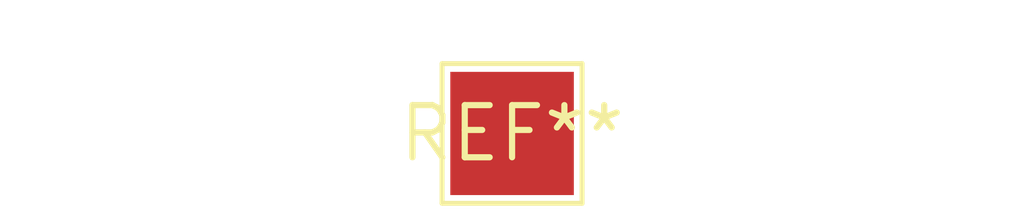
<source format=kicad_pcb>
(kicad_pcb (version 20240108) (generator pcbnew)
  (layers (0 "F.Cu" signal) (31 "B.Cu" signal) (34 "B.Paste" user) (35 "F.Paste" user) (36 "B.SilkS" user "B.Silkscreen") (37 "F.SilkS" user "F.Silkscreen") (38 "B.Mask" user) (39 "F.Mask" user) (44 "Edge.Cuts" user))
  (net 0 "")
  (footprint "TestPoint_Pad_3.0x3.0mm" (layer "F.Cu") (at 0 0)
    (property "Reference" "REF**")
    (property "Value" "TestPoint_Pad_3.0x3.0mm")
    (fp_line (start -1.7 -1.7) (end 1.7 -1.7) (layer "F.SilkS") (stroke (width 0.12)))
    (fp_line (start -1.7 1.7) (end -1.7 -1.7) (layer "F.SilkS") (stroke (width 0.12)))
    (fp_line (start 1.7 -1.7) (end 1.7 1.7) (layer "F.SilkS") (stroke (width 0.12)))
    (fp_line (start 1.7 1.7) (end -1.7 1.7) (layer "F.SilkS") (stroke (width 0.12)))
    (pad "1" smd rect (at 0 0) (size 3 3) (layers "F.Cu" "F.Mask"))
  )
)
</source>
